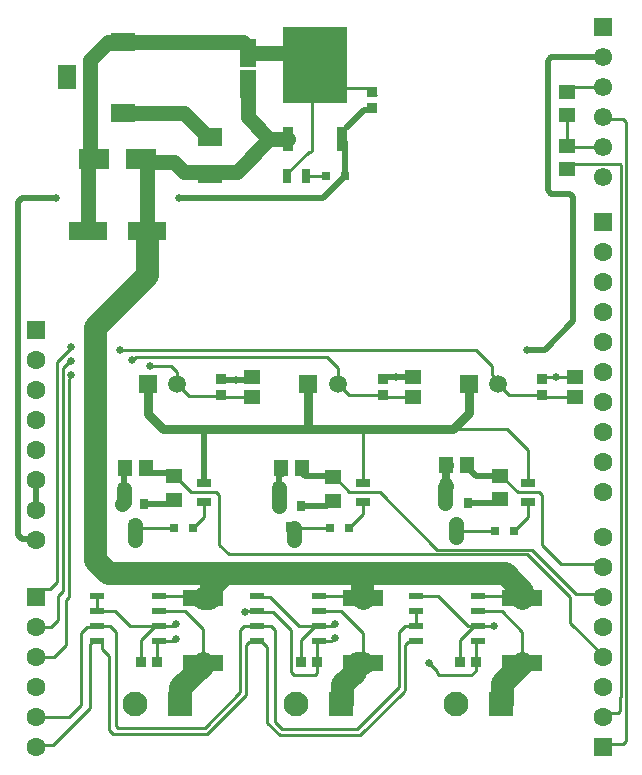
<source format=gtl>
G04*
G04 #@! TF.GenerationSoftware,Altium Limited,Altium Designer,20.0.9 (164)*
G04*
G04 Layer_Physical_Order=1*
G04 Layer_Color=255*
%FSLAX25Y25*%
%MOIN*%
G70*
G01*
G75*
%ADD16R,0.03740X0.03347*%
%ADD17R,0.05709X0.04528*%
%ADD18R,0.05709X0.04724*%
%ADD19R,0.03158X0.03827*%
%ADD20R,0.03347X0.03740*%
G04:AMPARAMS|DCode=21|XSize=21.65mil|YSize=49.21mil|CornerRadius=1.95mil|HoleSize=0mil|Usage=FLASHONLY|Rotation=90.000|XOffset=0mil|YOffset=0mil|HoleType=Round|Shape=RoundedRectangle|*
%AMROUNDEDRECTD21*
21,1,0.02165,0.04532,0,0,90.0*
21,1,0.01776,0.04921,0,0,90.0*
1,1,0.00390,0.02266,0.00888*
1,1,0.00390,0.02266,-0.00888*
1,1,0.00390,-0.02266,-0.00888*
1,1,0.00390,-0.02266,0.00888*
%
%ADD21ROUNDEDRECTD21*%
%ADD22R,0.13189X0.05709*%
%ADD23R,0.09843X0.06693*%
%ADD24R,0.12598X0.06299*%
%ADD25R,0.07992X0.06496*%
%ADD26R,0.05315X0.09252*%
%ADD27R,0.21654X0.25591*%
%ADD28R,0.03740X0.08268*%
%ADD29R,0.03150X0.03150*%
%ADD30R,0.03150X0.04921*%
%ADD31R,0.04921X0.03150*%
%ADD32R,0.04528X0.05709*%
%ADD62C,0.02000*%
%ADD63C,0.01000*%
%ADD64C,0.02500*%
%ADD65C,0.05000*%
%ADD66C,0.07500*%
%ADD67C,0.03000*%
%ADD68C,0.06299*%
%ADD69R,0.06299X0.06299*%
%ADD70C,0.06102*%
%ADD71R,0.06102X0.06102*%
%ADD72R,0.08268X0.08268*%
%ADD73C,0.08268*%
%ADD74R,0.05906X0.05906*%
%ADD75C,0.05906*%
%ADD76R,0.05906X0.08268*%
%ADD77R,0.08268X0.05906*%
%ADD78C,0.05000*%
%ADD79C,0.02500*%
D16*
X73000Y3342D02*
D03*
Y8658D02*
D03*
X16500Y99185D02*
D03*
Y104500D02*
D03*
X-34000Y3342D02*
D03*
Y8658D02*
D03*
X20000Y3342D02*
D03*
Y8658D02*
D03*
D17*
X84000Y2555D02*
D03*
Y9445D02*
D03*
X-23500Y2555D02*
D03*
Y9445D02*
D03*
X30000Y2555D02*
D03*
Y9445D02*
D03*
D18*
X81500Y86437D02*
D03*
Y78563D02*
D03*
Y96563D02*
D03*
Y104437D02*
D03*
X3500Y-24126D02*
D03*
Y-32000D02*
D03*
X-49688Y-23642D02*
D03*
Y-31516D02*
D03*
X58989Y-31437D02*
D03*
Y-23563D02*
D03*
D19*
X48240Y-32516D02*
D03*
X40760D02*
D03*
X44500Y-39484D02*
D03*
X-59437Y-33031D02*
D03*
X-66917D02*
D03*
X-63177Y-40000D02*
D03*
X-7249Y-33516D02*
D03*
X-14729D02*
D03*
X-10989Y-40484D02*
D03*
D20*
X51157Y-85499D02*
D03*
X45842D02*
D03*
X-1843D02*
D03*
X-7158D02*
D03*
X-60658Y-85500D02*
D03*
X-55343D02*
D03*
D21*
X51835Y-78612D02*
D03*
Y-73612D02*
D03*
Y-68612D02*
D03*
Y-63612D02*
D03*
X31165Y-78612D02*
D03*
Y-73612D02*
D03*
Y-68612D02*
D03*
Y-63612D02*
D03*
X-1165Y-78612D02*
D03*
Y-73612D02*
D03*
Y-68612D02*
D03*
Y-63612D02*
D03*
X-21835Y-78612D02*
D03*
Y-73612D02*
D03*
Y-68612D02*
D03*
Y-63612D02*
D03*
X-54665Y-78612D02*
D03*
Y-73612D02*
D03*
Y-68612D02*
D03*
Y-63612D02*
D03*
X-75335Y-78612D02*
D03*
Y-73612D02*
D03*
Y-68612D02*
D03*
Y-63612D02*
D03*
D22*
X13500Y-64346D02*
D03*
Y-86000D02*
D03*
X-40000Y-64346D02*
D03*
Y-86000D02*
D03*
X66500Y-64346D02*
D03*
Y-86000D02*
D03*
D23*
X-76248Y82000D02*
D03*
X-60500D02*
D03*
D24*
X-78342Y58000D02*
D03*
X-58657D02*
D03*
D25*
X-37500Y89520D02*
D03*
Y77000D02*
D03*
D26*
X-25000Y107000D02*
D03*
Y117433D02*
D03*
D27*
X-2500Y113500D02*
D03*
D28*
X6476Y88697D02*
D03*
X-11476D02*
D03*
D29*
X7500Y76500D02*
D03*
X1201D02*
D03*
X-43350Y-41000D02*
D03*
X-49650D02*
D03*
X2350D02*
D03*
X8650D02*
D03*
X57350Y-42000D02*
D03*
X63650D02*
D03*
D30*
X-5500Y76500D02*
D03*
X-11799D02*
D03*
D31*
X68500Y-25850D02*
D03*
Y-32150D02*
D03*
X-39500D02*
D03*
Y-25850D02*
D03*
X13500D02*
D03*
Y-32150D02*
D03*
D32*
X-59055Y-21000D02*
D03*
X-65945D02*
D03*
X-7055Y-21100D02*
D03*
X-13945D02*
D03*
X41055Y-19900D02*
D03*
X47945D02*
D03*
D62*
X-100328Y-44500D02*
X-96000D01*
X41000Y-26700D02*
Y-20055D01*
X-14500Y-27800D02*
Y-23760D01*
X50917Y-23563D02*
X58989D01*
X47945Y-20591D02*
X50917Y-23563D01*
X21287Y9445D02*
X29500D01*
X-33500Y8315D02*
X-26542D01*
X-14500Y-23760D02*
X-13815Y-23075D01*
X-13315Y-29070D02*
Y-28258D01*
X68000Y18500D02*
X74000D01*
X83500Y28000D01*
Y69328D01*
X82328Y70500D02*
X83500Y69328D01*
X76172Y70500D02*
X82328D01*
X75000Y71672D02*
X76172Y70500D01*
X75000Y71672D02*
Y114828D01*
X76172Y116000D01*
X94610D01*
X-39500Y-8000D02*
Y-7852D01*
Y-25850D02*
Y-8000D01*
X-100328Y69000D02*
X-89000D01*
X-101500Y-43328D02*
X-100328Y-44500D01*
X-101500Y67828D02*
X-100328Y69000D01*
X-101500Y-43328D02*
Y67828D01*
X0Y69000D02*
X7500Y76500D01*
X-48000Y69000D02*
X0D01*
X-95500Y-35000D02*
Y-25000D01*
X-66315Y-28000D02*
Y-22591D01*
X-25412Y9445D02*
X-25063Y9096D01*
X7500Y76500D02*
Y87673D01*
X-13390Y-23000D02*
X-13315Y-23075D01*
X-66390Y-22516D02*
X-66315Y-22591D01*
Y-32957D02*
X-66240Y-33031D01*
X-58760D02*
X-51754D01*
X-50238Y-31516D01*
X-59500Y-22516D02*
X-51600D01*
Y-22279D01*
X-5760Y-33516D02*
X1492D01*
X3008Y-32000D01*
X3500D01*
X-5937Y-23563D02*
X2937D01*
X-6500Y-23000D02*
X-5937Y-23563D01*
X48240Y-32516D02*
X57142D01*
X7846Y92331D02*
X13768Y98252D01*
X15567D01*
D63*
X100000Y95500D02*
X101000Y94500D01*
Y-112000D02*
Y94500D01*
X100000Y-113000D02*
X101000Y-112000D01*
X41000Y-27000D02*
Y-26700D01*
X51947Y-73500D02*
X57100D01*
X51835Y-73612D02*
X51947Y-73500D01*
X47945Y-20491D02*
Y-19900D01*
X77894Y9445D02*
X82000D01*
X73787D02*
X77894D01*
X-57500Y13000D02*
X-50500D01*
X-48504Y11004D01*
X-67500Y18500D02*
X51000D01*
X-40734Y-63612D02*
X-40000Y-64346D01*
X1500Y16000D02*
X4996Y12504D01*
X-63500Y15000D02*
X-63164D01*
X-62164Y16000D02*
X1500D01*
X-63164Y15000D02*
X-62164Y16000D01*
X-86500Y12500D02*
X-84250Y14750D01*
X-86500Y-62000D02*
Y12500D01*
X-84000Y19000D02*
Y19250D01*
X-88500Y14500D02*
X-84000Y19000D01*
X-84287Y9713D02*
X-84000Y10000D01*
X4996Y7000D02*
Y12504D01*
X-84287Y8877D02*
Y9713D01*
X-84500Y8664D02*
X-84287Y8877D01*
X-88190Y-63690D02*
X-86500Y-62000D01*
X-88500Y-59000D02*
Y14500D01*
X73000Y8658D02*
X73787Y9445D01*
X62154Y3342D02*
X73000D01*
X58496Y7000D02*
X62154Y3342D01*
X73787Y2555D02*
X82000D01*
X73000Y3342D02*
X73787Y2555D01*
X-84500Y-64000D02*
Y8664D01*
X73000Y-46500D02*
X79500Y-53000D01*
X93500D01*
X69666Y-48166D02*
X84500Y-63000D01*
X68166Y-49666D02*
X82500Y-64000D01*
X84500Y-63000D02*
X93500D01*
X82500Y-72500D02*
Y-64000D01*
X83063Y106000D02*
X93500D01*
X81500Y104437D02*
X83063Y106000D01*
X81500Y86437D02*
Y96563D01*
Y86437D02*
X81937Y86000D01*
X93500D01*
X89055Y80500D02*
X98914D01*
X88980Y80425D02*
X89055Y80500D01*
X81500Y78563D02*
X83362Y80425D01*
X88980D01*
X98914Y80500D02*
X99500Y79914D01*
X-85500Y-65000D02*
X-84500Y-64000D01*
X51157Y-79195D02*
Y-78395D01*
X94361Y106388D02*
X94749Y106000D01*
Y96000D02*
X95249Y95500D01*
X100000D01*
X99500Y-97000D02*
Y79914D01*
X94000Y-102500D02*
X98414D01*
X99000Y-101914D01*
Y-97500D01*
X99500Y-97000D01*
X93500Y-103000D02*
X94000Y-102500D01*
X93000Y-83000D02*
X93500D01*
X82500Y-72500D02*
X93000Y-83000D01*
X73000Y-46500D02*
Y-30000D01*
X93500Y-113000D02*
X100000D01*
X-2500Y113500D02*
X7500Y123500D01*
X-69000Y-106914D02*
X-68414Y-107500D01*
X-39328D01*
X-71250Y-108250D02*
X-70000Y-109500D01*
X-73569Y-81431D02*
X-71250Y-83750D01*
X-69000Y-106914D02*
Y-75500D01*
X-71250Y-108250D02*
Y-83750D01*
X-70888Y-73612D02*
X-69000Y-75500D01*
X31165Y-63612D02*
X38554D01*
X48460Y-73518D01*
X50457Y-73612D02*
X51835D01*
X50363Y-73518D02*
X50457Y-73612D01*
X48460Y-73518D02*
X50363D01*
X-1165Y-73612D02*
X2982D01*
X3594Y-73000D01*
X4000D01*
X-54665Y-73612D02*
X-50018D01*
X-49406Y-73000D01*
X-49000D01*
X-96000Y-44500D02*
X-95500Y-45000D01*
X51000Y18500D02*
X56500Y13000D01*
X4996Y7000D02*
X8653Y3342D01*
X56500Y10039D02*
Y13000D01*
X58496Y7000D02*
Y8043D01*
X56500Y10039D02*
X58496Y8043D01*
X38166Y-48166D02*
X69666D01*
X-34500Y-46500D02*
X-31334Y-49666D01*
X19000Y-29000D02*
X38166Y-48166D01*
X-31334Y-49666D02*
X68166D01*
X-34500Y-46500D02*
Y-30000D01*
X-35500Y-29000D02*
X-34500Y-30000D01*
X61500Y-8000D02*
X68500Y-15000D01*
X43348Y-8000D02*
X61500D01*
X68500Y-25350D02*
Y-15000D01*
X13500Y-25850D02*
Y-8500D01*
X13000Y-8000D02*
X13500Y-8500D01*
X72000Y-29000D02*
X73000Y-30000D01*
X64918Y-29000D02*
X72000D01*
X58989Y-23563D02*
X59481D01*
X64918Y-29000D01*
X8866D02*
X19000D01*
X3992Y-24126D02*
X8866Y-29000D01*
X3500Y-24126D02*
X3992D01*
X66500Y-86000D02*
Y-75500D01*
X51835Y-68612D02*
X59612D01*
X66500Y-75500D01*
X-43896Y-29000D02*
X-35500D01*
X-49746Y-23642D02*
X-49254D01*
X-43896Y-29000D01*
X51000Y-85656D02*
X51157Y-85499D01*
X51000Y-88500D02*
Y-85656D01*
X38000Y-89414D02*
Y-88500D01*
Y-89414D02*
X38586Y-90000D01*
X49500D01*
X51000Y-88500D01*
X35500Y-86000D02*
X38000Y-88500D01*
X2888Y-78612D02*
X4000Y-77500D01*
X-1165Y-78612D02*
X2888D01*
X-22029Y-68806D02*
X-21835Y-68612D01*
X-25806Y-68806D02*
X-22029D01*
X-26000Y-69000D02*
X-25806Y-68806D01*
X-54665Y-78612D02*
X-50018D01*
X-49406Y-78000D01*
X-49000D01*
X51157Y-84699D02*
Y-79195D01*
X68000Y-25350D02*
X68500Y-25850D01*
X-95500Y-84000D02*
X-89500D01*
X-85500Y-80000D02*
Y-65000D01*
X-89500Y-84000D02*
X-85500Y-80000D01*
X-95500Y-74000D02*
X-90500D01*
X-88190Y-71690D01*
Y-63690D01*
X-95500Y-64000D02*
X-92850Y-61350D01*
X-90850D01*
X-88500Y-59000D01*
X-80500Y-99879D02*
Y-76000D01*
X-95500Y-104000D02*
X-84621D01*
X-80500Y-99879D01*
X-94850Y-113350D02*
X-89850D01*
X-77500Y-101000D02*
Y-79781D01*
X-89850Y-113350D02*
X-77500Y-101000D01*
X-95500Y-114000D02*
X-94850Y-113350D01*
X-48504Y7000D02*
Y11004D01*
X-44504Y3000D02*
X-33500D01*
X-48504Y7000D02*
X-44504Y3000D01*
X8653Y3342D02*
X20500D01*
X21287Y2555D02*
X29500D01*
X20500Y3342D02*
X21287Y2555D01*
X20500Y8658D02*
X21287Y9445D01*
X-26542Y8315D02*
X-25412Y9445D01*
X-33055Y2555D02*
X-25412D01*
X-33500Y3000D02*
X-33055Y2555D01*
X68500Y-37150D02*
Y-32150D01*
X63650Y-42000D02*
X68500Y-37150D01*
X46500Y-42000D02*
X57350D01*
X44500Y-44000D02*
X46500Y-42000D01*
X8650Y-41000D02*
X13500Y-36150D01*
Y-32150D01*
X-9500Y-41000D02*
X2350D01*
X-10473D02*
X-9500D01*
X-10989Y-40484D02*
X-10473Y-41000D01*
X-43350D02*
X-39500Y-37150D01*
Y-32150D01*
X-61500Y-41000D02*
X-49650D01*
X-62500Y-40000D02*
X-61500Y-41000D01*
X-2543Y-73612D02*
X-1165D01*
X-7888D02*
X-2543D01*
X-21835Y-63612D02*
X-21447Y-64000D01*
X-17500D01*
X-7888Y-73612D01*
X-21447Y-69000D02*
X-16500D01*
X-10500Y-75000D01*
Y-89000D02*
Y-75000D01*
X-21835Y-68612D02*
X-21447Y-69000D01*
X-9500Y-90000D02*
X-2500D01*
X-10500Y-89000D02*
X-9500Y-90000D01*
X-1843Y-89342D02*
Y-85499D01*
X-2500Y-90000D02*
X-1843Y-89342D01*
X11500Y-108000D02*
X25500Y-94000D01*
X-14414Y-110086D02*
X12414D01*
X-16000Y-105500D02*
X-13500Y-108000D01*
X11500D01*
X-18500Y-106000D02*
X-14414Y-110086D01*
X12414D02*
X27000Y-95500D01*
X-1165Y-63612D02*
X12661D01*
X65766D02*
X66500Y-64346D01*
X45842Y-78226D02*
X50457Y-73612D01*
X31165D02*
Y-68612D01*
X30777Y-79000D02*
X31165Y-78612D01*
X28500Y-79000D02*
X30777D01*
X27000Y-95500D02*
Y-95328D01*
X27500Y-94828D01*
Y-80000D01*
X28500Y-79000D01*
X25500Y-94000D02*
Y-75500D01*
X27388Y-73612D01*
X-16000Y-105500D02*
Y-75000D01*
X-17388Y-73612D02*
X-16000Y-75000D01*
X-21835Y-78612D02*
X-20457D01*
X-18500Y-80569D01*
Y-106000D02*
Y-80569D01*
X27388Y-73612D02*
X31165D01*
X-21835D02*
X-17388D01*
X-22222Y-79000D02*
X-21835Y-78612D01*
X-24500Y-79000D02*
X-22222D01*
X-25500Y-96500D02*
Y-80000D01*
X-24500Y-79000D01*
X-27500Y-95672D02*
Y-75000D01*
X-39328Y-107500D02*
X-27500Y-95672D01*
X-70000Y-109500D02*
X-38500D01*
X-25500Y-96500D01*
X-74152Y-78612D02*
X-73569Y-79195D01*
Y-81431D02*
Y-79195D01*
X-78499Y-73999D02*
X-75221D01*
X-74835Y-73612D01*
X-70888D01*
X-75335D02*
X-74835D01*
X-26112D02*
X-21835D01*
X-27500Y-75000D02*
X-26112Y-73612D01*
X-21835Y-63612D02*
X-21723Y-63500D01*
X-7158Y-78226D02*
X-2543Y-73612D01*
X-7158Y-85499D02*
Y-78226D01*
X45842Y-85499D02*
Y-78226D01*
X-77295Y-79576D02*
Y-79195D01*
X-76713Y-78612D02*
X-74152D01*
X-80500Y-76000D02*
X-78499Y-73999D01*
X-77500Y-79781D02*
X-77295Y-79576D01*
Y-79195D02*
X-76713Y-78612D01*
X60800Y-62747D02*
X64540D01*
X60800Y-84400D02*
X61446D01*
X51835Y-63612D02*
X65766D01*
X51740Y-78612D02*
X51835D01*
X51157Y-79195D02*
X51740Y-78612D01*
X7800Y-62747D02*
X11540D01*
X6112Y-68612D02*
X13500Y-76000D01*
Y-86000D02*
Y-76000D01*
X-1165Y-68612D02*
X6112D01*
X-1260Y-78612D02*
X-1165D01*
X-1843Y-79195D02*
X-1260Y-78612D01*
X-1843Y-85499D02*
Y-79195D01*
X-56043Y-73612D02*
X-54665D01*
X-64388D02*
X-56043D01*
X-75335Y-68612D02*
X-69388D01*
X-64388Y-73612D01*
X-75335Y-68612D02*
Y-63612D01*
X-60658Y-85499D02*
Y-78226D01*
X-56043Y-73612D01*
X-55343Y-85499D02*
Y-79195D01*
X-54760Y-78612D01*
X-54665D01*
X-45888Y-68612D02*
X-40000Y-74500D01*
X-54665Y-68612D02*
X-45888D01*
X-40000Y-86000D02*
Y-74500D01*
X-54665Y-63612D02*
X-40734D01*
X7846Y92331D02*
X7846D01*
X6476Y88697D02*
X7500Y87673D01*
X-5500Y76500D02*
X1201D01*
X-3500Y111716D02*
X2543Y105673D01*
X-3500Y85086D02*
Y111716D01*
X-4685Y84500D02*
X-4086D01*
X-3500Y85086D01*
X-11799Y76500D02*
Y77386D01*
X-4685Y84500D01*
X-45700Y-84400D02*
X-45054D01*
X2937Y-23563D02*
X3500Y-24126D01*
X57142Y-32516D02*
X57500Y-32874D01*
X16500Y104500D02*
X17673Y103327D01*
X-11476Y88697D02*
Y90961D01*
X15567Y98252D02*
X16500Y99185D01*
X6476Y90961D02*
X7846Y92331D01*
X6476Y88697D02*
Y90961D01*
X15327Y105673D02*
X16500Y104500D01*
X2543Y105673D02*
X15327D01*
D64*
X41028Y-26672D02*
Y-20028D01*
X41000Y-26700D02*
X41028Y-26672D01*
Y-19928D02*
X41055Y-19900D01*
D65*
X-14500Y-33516D02*
Y-27800D01*
X-66917Y-33031D02*
X-66315Y-32429D01*
Y-28000D01*
X41000Y-19955D02*
X41028Y-19928D01*
X40760Y-27240D02*
X41000Y-27000D01*
X40760Y-32516D02*
Y-27240D01*
X-25000Y95894D02*
Y107000D01*
Y95894D02*
X-17803Y88697D01*
X-11476D01*
X-28752Y77748D02*
X-17803Y88697D01*
X-37500Y77000D02*
X-36752Y77748D01*
X-28752D01*
X-25000Y117433D02*
X-6433D01*
X-2500Y113500D01*
X-66713Y121031D02*
X-26630D01*
X-25000Y119402D01*
Y117433D02*
Y119402D01*
X-62500Y-45000D02*
Y-40000D01*
X-9500Y-45000D02*
Y-41000D01*
X44500Y-44000D02*
Y-39484D01*
X-59504Y82000D02*
X-58657Y81154D01*
X-49654D01*
X-46248Y77748D01*
X-38248D02*
X-37500Y77000D01*
X-46248Y77748D02*
X-38248D01*
X-66713Y97409D02*
X-46138D01*
X-38248Y89520D01*
X-37500D01*
X-77496Y82000D02*
X-76653D01*
X-66744Y121000D02*
X-66713Y121031D01*
X-71500Y121000D02*
X-66744D01*
X-77500Y82846D02*
Y115000D01*
X-71500Y121000D01*
X-76653Y82000D02*
X-76248D01*
X-77500Y82846D02*
X-76653Y82000D01*
X-58657Y58000D02*
Y81154D01*
X-60500Y82000D02*
X-59504D01*
X-78342Y81154D02*
X-77496Y82000D01*
X-78342Y58000D02*
Y81154D01*
D66*
X-37156Y-60393D02*
X-32762Y-56000D01*
X-37156Y-63451D02*
Y-60393D01*
X-38051Y-64346D02*
X-37156Y-63451D01*
X-40000Y-64346D02*
X-38051D01*
X-71607Y-56000D02*
X-32762D01*
X-58657Y43343D02*
Y58000D01*
X-76000Y-51607D02*
Y26000D01*
X-58657Y43343D01*
X-76000Y-51607D02*
X-71607Y-56000D01*
X66500Y-86063D02*
Y-86000D01*
X59884Y-92679D02*
X66500Y-86063D01*
X59884Y-99417D02*
Y-92679D01*
X59500Y-99801D02*
X59884Y-99417D01*
X11551Y-86000D02*
X13500D01*
X10655Y-86896D02*
X11551Y-86000D01*
X10655Y-88845D02*
Y-86896D01*
X6384Y-93116D02*
X10655Y-88845D01*
X6384Y-99417D02*
Y-93116D01*
X6000Y-99801D02*
X6384Y-99417D01*
X-32762Y-56000D02*
X13000D01*
Y-63846D02*
Y-56000D01*
X60660D01*
X66500Y-61839D01*
Y-64346D02*
Y-61839D01*
X13000Y-63846D02*
X13500Y-64346D01*
X-40000Y-86551D02*
Y-86000D01*
X-47500Y-94051D02*
X-40000Y-86551D01*
X-47500Y-99801D02*
Y-94051D01*
D67*
X-4846Y-8000D02*
X13000D01*
X-39500D02*
X-4846D01*
X-53355D02*
X-39500D01*
X13000D02*
X43348D01*
X-4846Y-7852D02*
Y7000D01*
X43348Y-8000D02*
X48654Y-2694D01*
X-58346Y-3009D02*
X-53355Y-8000D01*
X-58346Y-3009D02*
Y7000D01*
X48654Y-2694D02*
Y7000D01*
X-95500Y-15000D02*
Y-14848D01*
D68*
X93500Y-9000D02*
D03*
Y1000D02*
D03*
Y21000D02*
D03*
Y41000D02*
D03*
Y51000D02*
D03*
Y31000D02*
D03*
Y11000D02*
D03*
Y-19000D02*
D03*
Y-29000D02*
D03*
X-95500Y-25000D02*
D03*
Y-5000D02*
D03*
Y15000D02*
D03*
Y5000D02*
D03*
Y-15000D02*
D03*
Y-35000D02*
D03*
Y-45000D02*
D03*
Y-94000D02*
D03*
Y-74000D02*
D03*
Y-84000D02*
D03*
Y-104000D02*
D03*
Y-114000D02*
D03*
X93500Y-64000D02*
D03*
Y-84000D02*
D03*
Y-104000D02*
D03*
Y-94000D02*
D03*
Y-74000D02*
D03*
Y-54000D02*
D03*
Y-44000D02*
D03*
D69*
Y61000D02*
D03*
X-95500Y25000D02*
D03*
Y-64000D02*
D03*
X93500Y-114000D02*
D03*
D70*
Y76000D02*
D03*
Y86000D02*
D03*
Y96000D02*
D03*
Y106000D02*
D03*
Y116000D02*
D03*
D71*
Y126000D02*
D03*
D72*
X-47500Y-99801D02*
D03*
X6000D02*
D03*
X59500D02*
D03*
D73*
X-62500D02*
D03*
X-9000D02*
D03*
X44500D02*
D03*
D74*
X48654Y7000D02*
D03*
X-58346D02*
D03*
X-4846D02*
D03*
D75*
X58496D02*
D03*
X-48504D02*
D03*
X4996D02*
D03*
D76*
X-85216Y109221D02*
D03*
D77*
X-66713Y121031D02*
D03*
Y97409D02*
D03*
D78*
X41000Y-26700D02*
D03*
X-14500Y-27800D02*
D03*
X-62500Y-45000D02*
D03*
X-66315Y-28000D02*
D03*
X44500Y-44000D02*
D03*
X-9500Y-45000D02*
D03*
D79*
X57100Y-73500D02*
D03*
X77894Y9445D02*
D03*
X-29000Y8500D02*
D03*
X24500Y9500D02*
D03*
X-57500Y13000D02*
D03*
X-67500Y18500D02*
D03*
X-63500Y15000D02*
D03*
X-84000Y14750D02*
D03*
Y19250D02*
D03*
Y10000D02*
D03*
X68000Y18500D02*
D03*
X4000Y-73000D02*
D03*
X-49000D02*
D03*
X-89000Y69000D02*
D03*
X-48000D02*
D03*
X-39500Y-25850D02*
D03*
X35500Y-86000D02*
D03*
X4000Y-77500D02*
D03*
X-26000Y-69000D02*
D03*
X-49000Y-78000D02*
D03*
M02*

</source>
